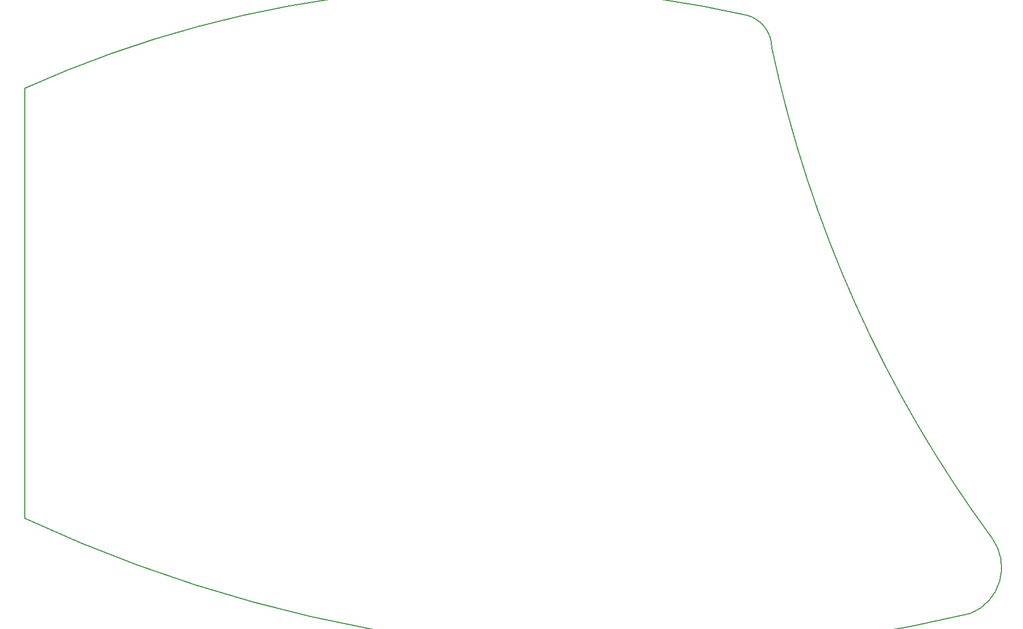
<source format=gbr>
%TF.GenerationSoftware,KiCad,Pcbnew,6.0.5-a6ca702e91~116~ubuntu22.04.1*%
%TF.CreationDate,2022-05-20T13:25:00-05:00*%
%TF.ProjectId,board,626f6172-642e-46b6-9963-61645f706362,rev?*%
%TF.SameCoordinates,Original*%
%TF.FileFunction,Profile,NP*%
%FSLAX46Y46*%
G04 Gerber Fmt 4.6, Leading zero omitted, Abs format (unit mm)*
G04 Created by KiCad (PCBNEW 6.0.5-a6ca702e91~116~ubuntu22.04.1) date 2022-05-20 13:25:00*
%MOMM*%
%LPD*%
G01*
G04 APERTURE LIST*
%TA.AperFunction,Profile*%
%ADD10C,0.200000*%
%TD*%
G04 APERTURE END LIST*
D10*
X190500000Y-46989999D02*
G75*
G03*
X77000000Y-58420000I-39617130J-175844521D01*
G01*
X77000000Y-58420000D02*
X77000000Y-125940000D01*
X225557331Y-140850636D02*
G75*
G03*
X228923763Y-129055709I-2927005J7213283D01*
G01*
X194309998Y-52070000D02*
G75*
G03*
X190500000Y-46990000I-5341280J-37210D01*
G01*
X77000001Y-125939997D02*
G75*
G03*
X225557331Y-140850637I95665249J205622987D01*
G01*
X194309993Y-52070001D02*
G75*
G03*
X228923763Y-129055709I195340807J41553501D01*
G01*
M02*

</source>
